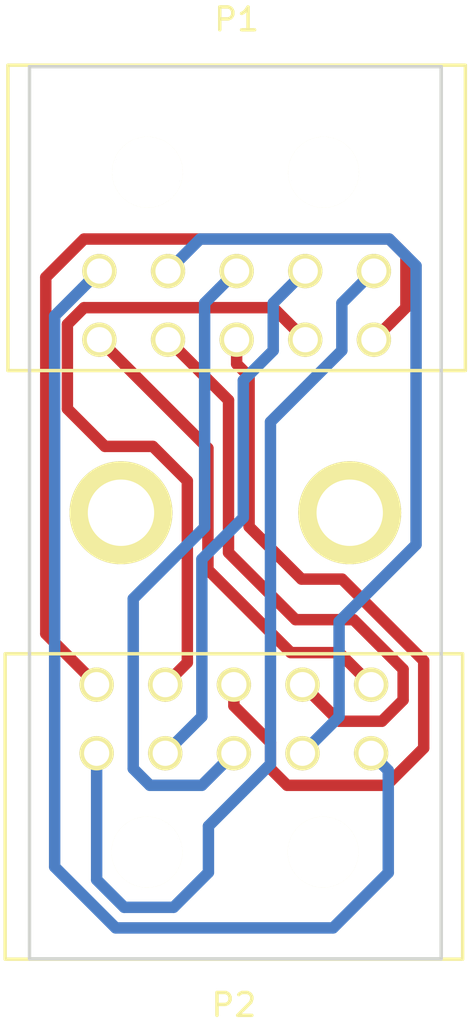
<source format=kicad_pcb>
(kicad_pcb (version 4) (host pcbnew "(after 2015-mar-04 BZR unknown)-product")

  (general
    (links 10)
    (no_connects 0)
    (area 90.807713 94.611 126.362287 140.189)
    (thickness 1.6)
    (drawings 4)
    (tracks 90)
    (zones 0)
    (modules 4)
    (nets 11)
  )

  (page A4)
  (layers
    (0 F.Cu signal)
    (31 B.Cu signal)
    (32 B.Adhes user)
    (33 F.Adhes user)
    (34 B.Paste user)
    (35 F.Paste user)
    (36 B.SilkS user)
    (37 F.SilkS user)
    (38 B.Mask user)
    (39 F.Mask user)
    (40 Dwgs.User user)
    (41 Cmts.User user)
    (42 Eco1.User user)
    (43 Eco2.User user)
    (44 Edge.Cuts user)
    (45 Margin user)
    (46 B.CrtYd user)
    (47 F.CrtYd user)
    (48 B.Fab user)
    (49 F.Fab user)
  )

  (setup
    (last_trace_width 0.25)
    (trace_clearance 0.2)
    (zone_clearance 0.508)
    (zone_45_only no)
    (trace_min 0.2)
    (segment_width 0.2)
    (edge_width 0.15)
    (via_size 0.6)
    (via_drill 0.4)
    (via_min_size 0.4)
    (via_min_drill 0.3)
    (uvia_size 0.3)
    (uvia_drill 0.1)
    (uvias_allowed no)
    (uvia_min_size 0.2)
    (uvia_min_drill 0.1)
    (pcb_text_width 0.3)
    (pcb_text_size 1.5 1.5)
    (mod_edge_width 0.15)
    (mod_text_size 1 1)
    (mod_text_width 0.15)
    (pad_size 4.50088 4.50088)
    (pad_drill 2.9)
    (pad_to_mask_clearance 0.2)
    (aux_axis_origin 114.808 117.221)
    (visible_elements FFFFFF7F)
    (pcbplotparams
      (layerselection 0x0103c_80000001)
      (usegerberextensions false)
      (excludeedgelayer true)
      (linewidth 0.150000)
      (plotframeref false)
      (viasonmask false)
      (mode 1)
      (useauxorigin false)
      (hpglpennumber 1)
      (hpglpenspeed 20)
      (hpglpendiameter 15)
      (hpglpenoverlay 2)
      (psnegative false)
      (psa4output false)
      (plotreference true)
      (plotvalue true)
      (plotinvisibletext false)
      (padsonsilk false)
      (subtractmaskfromsilk false)
      (outputformat 1)
      (mirror false)
      (drillshape 0)
      (scaleselection 1)
      (outputdirectory ""))
  )

  (net 0 "")
  (net 1 "Net-(P1-Pad1)")
  (net 2 "Net-(P1-Pad6)")
  (net 3 "Net-(P1-Pad7)")
  (net 4 "Net-(P1-Pad2)")
  (net 5 "Net-(P1-Pad3)")
  (net 6 "Net-(P1-Pad8)")
  (net 7 "Net-(P1-Pad9)")
  (net 8 "Net-(P1-Pad4)")
  (net 9 "Net-(P1-Pad10)")
  (net 10 "Net-(P1-Pad5)")

  (net_class Default "This is the default net class."
    (clearance 0.2)
    (trace_width 0.25)
    (via_dia 0.6)
    (via_drill 0.4)
    (uvia_dia 0.3)
    (uvia_drill 0.1)
  )

  (net_class Wide ""
    (clearance 0.4)
    (trace_width 0.5)
    (via_dia 0.8)
    (via_drill 0.4)
    (uvia_dia 0.3)
    (uvia_drill 0.1)
    (add_net "Net-(P1-Pad1)")
    (add_net "Net-(P1-Pad10)")
    (add_net "Net-(P1-Pad2)")
    (add_net "Net-(P1-Pad3)")
    (add_net "Net-(P1-Pad4)")
    (add_net "Net-(P1-Pad5)")
    (add_net "Net-(P1-Pad6)")
    (add_net "Net-(P1-Pad7)")
    (add_net "Net-(P1-Pad8)")
    (add_net "Net-(P1-Pad9)")
  )

  (module Wire_Pads:SolderWirePad_single_2mmDrill (layer F.Cu) (tedit 57C702E6) (tstamp 57C75CE9)
    (at 103.632 117.221)
    (fp_text reference REF** (at 0 -3.81) (layer F.SilkS) hide
      (effects (font (size 1 1) (thickness 0.15)))
    )
    (fp_text value SolderWirePad_single_2mmDrill (at -0.635 3.81) (layer F.Fab) hide
      (effects (font (size 1 1) (thickness 0.15)))
    )
    (pad 1 thru_hole circle (at 0.368 0.279) (size 4.50088 4.50088) (drill 2.9) (layers *.Cu *.Mask F.SilkS))
  )

  (module Connectors_Molex:Connector_Microfit3_Header_02x05_Angled_43045-100x (layer F.Cu) (tedit 57C70057) (tstamp 57C6853B)
    (at 103.056 106.936 180)
    (descr "Microfit angled 02x05 43045-1000")
    (tags "Microfit 02x05 angled 3mm pitch")
    (path /57C683C9)
    (fp_text reference P1 (at -6 11 180) (layer F.SilkS)
      (effects (font (size 1 1) (thickness 0.15)))
    )
    (fp_text value CONN_02X05 (at -6 -6.604 180) (layer F.Fab) hide
      (effects (font (size 1 1) (thickness 0.15)))
    )
    (fp_line (start -16.2 -4.55) (end -16.2 9.2) (layer F.CrtYd) (width 0.05))
    (fp_line (start -16.2 9.2) (end 4.2 9.2) (layer F.CrtYd) (width 0.05))
    (fp_line (start 4.2 9.2) (end 4.2 -4.55) (layer F.CrtYd) (width 0.05))
    (fp_line (start 4.2 -4.55) (end -16.2 -4.55) (layer F.CrtYd) (width 0.05))
    (fp_line (start -16 9) (end -16 -4.35) (layer F.SilkS) (width 0.15))
    (fp_line (start -16 -4.35) (end 4 -4.35) (layer F.SilkS) (width 0.15))
    (fp_line (start 4 -4.35) (end 4 9) (layer F.SilkS) (width 0.15))
    (fp_line (start 4 9) (end -16 9) (layer F.SilkS) (width 0.15))
    (pad 1 thru_hole circle (at 0 0 180) (size 1.5 1.5) (drill 1.1) (layers *.Cu *.Mask F.SilkS)
      (net 1 "Net-(P1-Pad1)"))
    (pad 6 thru_hole circle (at 0 -3 180) (size 1.5 1.5) (drill 1.1) (layers *.Cu *.Mask F.SilkS)
      (net 2 "Net-(P1-Pad6)"))
    (pad "" np_thru_hole circle (at -2.1 4.32 180) (size 3.1 3.1) (drill 3.1) (layers *.Cu *.Mask F.SilkS))
    (pad 7 thru_hole circle (at -3 -3 180) (size 1.5 1.5) (drill 1.1) (layers *.Cu *.Mask F.SilkS)
      (net 3 "Net-(P1-Pad7)"))
    (pad 2 thru_hole circle (at -3 0 180) (size 1.5 1.5) (drill 1.1) (layers *.Cu *.Mask F.SilkS)
      (net 4 "Net-(P1-Pad2)"))
    (pad 3 thru_hole circle (at -6 0 180) (size 1.5 1.5) (drill 1.1) (layers *.Cu *.Mask F.SilkS)
      (net 5 "Net-(P1-Pad3)"))
    (pad 8 thru_hole circle (at -6 -3 180) (size 1.5 1.5) (drill 1.1) (layers *.Cu *.Mask F.SilkS)
      (net 6 "Net-(P1-Pad8)"))
    (pad 9 thru_hole circle (at -9 -3 180) (size 1.5 1.5) (drill 1.1) (layers *.Cu *.Mask F.SilkS)
      (net 7 "Net-(P1-Pad9)"))
    (pad 4 thru_hole circle (at -9 0 180) (size 1.5 1.5) (drill 1.1) (layers *.Cu *.Mask F.SilkS)
      (net 8 "Net-(P1-Pad4)"))
    (pad 10 thru_hole circle (at -12 -3 180) (size 1.5 1.5) (drill 1.1) (layers *.Cu *.Mask F.SilkS)
      (net 9 "Net-(P1-Pad10)"))
    (pad 5 thru_hole circle (at -12 0 180) (size 1.5 1.5) (drill 1.1) (layers *.Cu *.Mask F.SilkS)
      (net 10 "Net-(P1-Pad5)"))
    (pad "" np_thru_hole circle (at -9.8 4.32 180) (size 3.1 3.1) (drill 3.1) (layers *.Cu *.Mask F.SilkS))
  )

  (module Connectors_Molex:Connector_Microfit3_Header_02x05_Angled_43045-100x (layer F.Cu) (tedit 57C7005A) (tstamp 57C6854B)
    (at 114.935 128.014)
    (descr "Microfit angled 02x05 43045-1000")
    (tags "Microfit 02x05 angled 3mm pitch")
    (path /57C68382)
    (fp_text reference P2 (at -6 11) (layer F.SilkS)
      (effects (font (size 1 1) (thickness 0.15)))
    )
    (fp_text value CONN_02X05 (at -6 -6.604) (layer F.Fab) hide
      (effects (font (size 1 1) (thickness 0.15)))
    )
    (fp_line (start -16.2 -4.55) (end -16.2 9.2) (layer F.CrtYd) (width 0.05))
    (fp_line (start -16.2 9.2) (end 4.2 9.2) (layer F.CrtYd) (width 0.05))
    (fp_line (start 4.2 9.2) (end 4.2 -4.55) (layer F.CrtYd) (width 0.05))
    (fp_line (start 4.2 -4.55) (end -16.2 -4.55) (layer F.CrtYd) (width 0.05))
    (fp_line (start -16 9) (end -16 -4.35) (layer F.SilkS) (width 0.15))
    (fp_line (start -16 -4.35) (end 4 -4.35) (layer F.SilkS) (width 0.15))
    (fp_line (start 4 -4.35) (end 4 9) (layer F.SilkS) (width 0.15))
    (fp_line (start 4 9) (end -16 9) (layer F.SilkS) (width 0.15))
    (pad 1 thru_hole circle (at 0 0) (size 1.5 1.5) (drill 1.1) (layers *.Cu *.Mask F.SilkS)
      (net 1 "Net-(P1-Pad1)"))
    (pad 6 thru_hole circle (at 0 -3) (size 1.5 1.5) (drill 1.1) (layers *.Cu *.Mask F.SilkS)
      (net 2 "Net-(P1-Pad6)"))
    (pad "" np_thru_hole circle (at -2.1 4.32) (size 3.1 3.1) (drill 3.1) (layers *.Cu *.Mask F.SilkS))
    (pad 7 thru_hole circle (at -3 -3) (size 1.5 1.5) (drill 1.1) (layers *.Cu *.Mask F.SilkS)
      (net 3 "Net-(P1-Pad7)"))
    (pad 2 thru_hole circle (at -3 0) (size 1.5 1.5) (drill 1.1) (layers *.Cu *.Mask F.SilkS)
      (net 4 "Net-(P1-Pad2)"))
    (pad 3 thru_hole circle (at -6 0) (size 1.5 1.5) (drill 1.1) (layers *.Cu *.Mask F.SilkS)
      (net 5 "Net-(P1-Pad3)"))
    (pad 8 thru_hole circle (at -6 -3) (size 1.5 1.5) (drill 1.1) (layers *.Cu *.Mask F.SilkS)
      (net 6 "Net-(P1-Pad8)"))
    (pad 9 thru_hole circle (at -9 -3) (size 1.5 1.5) (drill 1.1) (layers *.Cu *.Mask F.SilkS)
      (net 7 "Net-(P1-Pad9)"))
    (pad 4 thru_hole circle (at -9 0) (size 1.5 1.5) (drill 1.1) (layers *.Cu *.Mask F.SilkS)
      (net 8 "Net-(P1-Pad4)"))
    (pad 10 thru_hole circle (at -12 -3) (size 1.5 1.5) (drill 1.1) (layers *.Cu *.Mask F.SilkS)
      (net 9 "Net-(P1-Pad10)"))
    (pad 5 thru_hole circle (at -12 0) (size 1.5 1.5) (drill 1.1) (layers *.Cu *.Mask F.SilkS)
      (net 10 "Net-(P1-Pad5)"))
    (pad "" np_thru_hole circle (at -9.8 4.32) (size 3.1 3.1) (drill 3.1) (layers *.Cu *.Mask F.SilkS))
  )

  (module Wire_Pads:SolderWirePad_single_2mmDrill (layer F.Cu) (tedit 57C702E8) (tstamp 57C75CD9)
    (at 114.808 117.348)
    (fp_text reference REF** (at 0 -3.81) (layer F.SilkS) hide
      (effects (font (size 1 1) (thickness 0.15)))
    )
    (fp_text value SolderWirePad_single_2mmDrill (at -0.635 3.81) (layer F.Fab) hide
      (effects (font (size 1 1) (thickness 0.15)))
    )
    (pad 1 thru_hole circle (at -0.808 0.152) (size 4.50088 4.50088) (drill 2.9) (layers *.Cu *.Mask F.SilkS))
  )

  (gr_line (start 118 98) (end 100 98) (angle 90) (layer Edge.Cuts) (width 0.15))
  (gr_line (start 118 137) (end 118 98) (angle 90) (layer Edge.Cuts) (width 0.15))
  (gr_line (start 100 137) (end 118 137) (angle 90) (layer Edge.Cuts) (width 0.15))
  (gr_line (start 100 98) (end 100 137) (angle 90) (layer Edge.Cuts) (width 0.15))

  (segment (start 114.935 128.014) (end 115.684999 128.763999) (width 0.5) (layer B.Cu) (net 1))
  (segment (start 115.684999 128.763999) (end 115.684999 133.235001) (width 0.5) (layer B.Cu) (net 1))
  (segment (start 115.684999 133.235001) (end 113.27299 135.64701) (width 0.5) (layer B.Cu) (net 1))
  (segment (start 113.27299 135.64701) (end 103.767203 135.647009) (width 0.5) (layer B.Cu) (net 1))
  (segment (start 103.767203 135.647009) (end 101.099559 132.979365) (width 0.5) (layer B.Cu) (net 1))
  (segment (start 102.306001 107.685999) (end 103.056 106.936) (width 0.5) (layer B.Cu) (net 1))
  (segment (start 101.099559 132.979365) (end 101.099559 108.892441) (width 0.5) (layer B.Cu) (net 1))
  (segment (start 101.099559 108.892441) (end 102.306001 107.685999) (width 0.5) (layer B.Cu) (net 1))
  (segment (start 111.421999 123.613999) (end 107.800451 119.992451) (width 0.5) (layer F.Cu) (net 2))
  (segment (start 107.800451 119.992451) (end 107.800451 114.680451) (width 0.5) (layer F.Cu) (net 2))
  (segment (start 107.800451 114.680451) (end 103.805999 110.685999) (width 0.5) (layer F.Cu) (net 2))
  (segment (start 103.805999 110.685999) (end 103.056 109.936) (width 0.5) (layer F.Cu) (net 2))
  (segment (start 114.935 125.014) (end 113.534999 123.613999) (width 0.5) (layer F.Cu) (net 2))
  (segment (start 113.534999 123.613999) (end 111.421999 123.613999) (width 0.5) (layer F.Cu) (net 2))
  (segment (start 111.633 122.174) (end 108.700461 119.241461) (width 0.5) (layer F.Cu) (net 3))
  (segment (start 108.700461 112.580461) (end 106.805999 110.685999) (width 0.5) (layer F.Cu) (net 3))
  (segment (start 106.805999 110.685999) (end 106.056 109.936) (width 0.5) (layer F.Cu) (net 3))
  (segment (start 108.700461 119.241461) (end 108.700461 112.580461) (width 0.5) (layer F.Cu) (net 3))
  (segment (start 114.167002 122.174) (end 111.633 122.174) (width 0.5) (layer F.Cu) (net 3))
  (segment (start 111.935 125.014) (end 113.534999 126.613999) (width 0.5) (layer F.Cu) (net 3))
  (segment (start 113.534999 126.613999) (end 115.407003 126.613999) (width 0.5) (layer F.Cu) (net 3))
  (segment (start 115.407003 126.613999) (end 116.335001 125.686001) (width 0.5) (layer F.Cu) (net 3))
  (segment (start 116.335001 125.686001) (end 116.335001 124.341999) (width 0.5) (layer F.Cu) (net 3))
  (segment (start 116.335001 124.341999) (end 114.167002 122.174) (width 0.5) (layer F.Cu) (net 3))
  (segment (start 111.935 128.014) (end 113.534999 126.414001) (width 0.5) (layer B.Cu) (net 4))
  (segment (start 113.534999 126.414001) (end 113.534999 122.257655) (width 0.5) (layer B.Cu) (net 4))
  (segment (start 113.534999 122.257655) (end 116.900441 118.892213) (width 0.5) (layer B.Cu) (net 4))
  (segment (start 115.728001 105.535999) (end 107.456001 105.535999) (width 0.5) (layer B.Cu) (net 4))
  (segment (start 116.900441 118.892213) (end 116.900441 106.708439) (width 0.5) (layer B.Cu) (net 4))
  (segment (start 116.900441 106.708439) (end 115.728001 105.535999) (width 0.5) (layer B.Cu) (net 4))
  (segment (start 107.456001 105.535999) (end 106.805999 106.186001) (width 0.5) (layer B.Cu) (net 4))
  (segment (start 106.805999 106.186001) (end 106.056 106.936) (width 0.5) (layer B.Cu) (net 4))
  (segment (start 108.935 128.014) (end 107.534999 129.414001) (width 0.5) (layer B.Cu) (net 5))
  (segment (start 108.306001 107.685999) (end 109.056 106.936) (width 0.5) (layer B.Cu) (net 5))
  (segment (start 107.534999 129.414001) (end 105.262999 129.414001) (width 0.5) (layer B.Cu) (net 5))
  (segment (start 105.262999 129.414001) (end 104.534999 128.686001) (width 0.5) (layer B.Cu) (net 5))
  (segment (start 104.534999 128.686001) (end 104.534999 121.257655) (width 0.5) (layer B.Cu) (net 5))
  (segment (start 104.534999 121.257655) (end 107.655999 118.136655) (width 0.5) (layer B.Cu) (net 5))
  (segment (start 107.655999 118.136655) (end 107.655999 108.336001) (width 0.5) (layer B.Cu) (net 5))
  (segment (start 107.655999 108.336001) (end 108.306001 107.685999) (width 0.5) (layer B.Cu) (net 5))
  (segment (start 111.891441 120.400441) (end 109.600471 118.109471) (width 0.5) (layer F.Cu) (net 6))
  (segment (start 109.600471 118.109471) (end 109.600471 111.541131) (width 0.5) (layer F.Cu) (net 6))
  (segment (start 109.600471 111.541131) (end 109.056 110.99666) (width 0.5) (layer F.Cu) (net 6))
  (segment (start 109.056 110.99666) (end 109.056 109.936) (width 0.5) (layer F.Cu) (net 6))
  (segment (start 108.935 125.014) (end 108.935 125.941998) (width 0.5) (layer F.Cu) (net 6))
  (segment (start 108.935 125.941998) (end 110.534999 127.541997) (width 0.5) (layer F.Cu) (net 6))
  (segment (start 111.262999 129.414001) (end 115.607001 129.414001) (width 0.5) (layer F.Cu) (net 6))
  (segment (start 110.534999 127.541997) (end 110.534999 128.686001) (width 0.5) (layer F.Cu) (net 6))
  (segment (start 110.534999 128.686001) (end 111.262999 129.414001) (width 0.5) (layer F.Cu) (net 6))
  (segment (start 115.607001 129.414001) (end 117.235011 127.785991) (width 0.5) (layer F.Cu) (net 6))
  (segment (start 117.235011 127.785991) (end 117.23501 123.969202) (width 0.5) (layer F.Cu) (net 6))
  (segment (start 117.23501 123.969202) (end 113.666249 120.400441) (width 0.5) (layer F.Cu) (net 6))
  (segment (start 113.666249 120.400441) (end 111.891441 120.400441) (width 0.5) (layer F.Cu) (net 6))
  (segment (start 103.296559 114.599559) (end 101.655999 112.958999) (width 0.5) (layer F.Cu) (net 7))
  (segment (start 101.655999 112.958999) (end 101.655999 109.263999) (width 0.5) (layer F.Cu) (net 7))
  (segment (start 101.655999 109.263999) (end 102.383999 108.535999) (width 0.5) (layer F.Cu) (net 7))
  (segment (start 102.383999 108.535999) (end 110.655999 108.535999) (width 0.5) (layer F.Cu) (net 7))
  (segment (start 110.655999 108.535999) (end 111.306001 109.186001) (width 0.5) (layer F.Cu) (net 7))
  (segment (start 111.306001 109.186001) (end 112.056 109.936) (width 0.5) (layer F.Cu) (net 7))
  (segment (start 105.392213 114.599559) (end 103.296559 114.599559) (width 0.5) (layer F.Cu) (net 7))
  (segment (start 105.935 125.014) (end 106.900441 124.048559) (width 0.5) (layer F.Cu) (net 7))
  (segment (start 106.900441 124.048559) (end 106.900441 116.107787) (width 0.5) (layer F.Cu) (net 7))
  (segment (start 106.900441 116.107787) (end 105.392213 114.599559) (width 0.5) (layer F.Cu) (net 7))
  (segment (start 109.347 117.71846) (end 109.347 111.717002) (width 0.5) (layer B.Cu) (net 8))
  (segment (start 109.347 111.717002) (end 110.655999 110.408003) (width 0.5) (layer B.Cu) (net 8))
  (segment (start 110.655999 110.408003) (end 110.655999 108.336001) (width 0.5) (layer B.Cu) (net 8))
  (segment (start 111.306001 107.685999) (end 112.056 106.936) (width 0.5) (layer B.Cu) (net 8))
  (segment (start 110.655999 108.336001) (end 111.306001 107.685999) (width 0.5) (layer B.Cu) (net 8))
  (segment (start 105.935 128.014) (end 107.534999 126.414001) (width 0.5) (layer B.Cu) (net 8))
  (segment (start 107.534999 126.414001) (end 107.534999 119.530461) (width 0.5) (layer B.Cu) (net 8))
  (segment (start 107.534999 119.530461) (end 109.347 117.71846) (width 0.5) (layer B.Cu) (net 8))
  (segment (start 102.935 125.014) (end 100.711 122.79) (width 0.5) (layer F.Cu) (net 9))
  (segment (start 100.711 122.79) (end 100.711 107.208998) (width 0.5) (layer F.Cu) (net 9))
  (segment (start 100.711 107.208998) (end 102.383999 105.535999) (width 0.5) (layer F.Cu) (net 9))
  (segment (start 102.383999 105.535999) (end 115.728001 105.535999) (width 0.5) (layer F.Cu) (net 9))
  (segment (start 115.728001 105.535999) (end 116.456001 106.263999) (width 0.5) (layer F.Cu) (net 9))
  (segment (start 116.456001 108.535999) (end 115.805999 109.186001) (width 0.5) (layer F.Cu) (net 9))
  (segment (start 116.456001 106.263999) (end 116.456001 108.535999) (width 0.5) (layer F.Cu) (net 9))
  (segment (start 115.805999 109.186001) (end 115.056 109.936) (width 0.5) (layer F.Cu) (net 9))
  (segment (start 107.823 133.223) (end 107.823 131.198002) (width 0.5) (layer B.Cu) (net 10))
  (segment (start 107.823 131.198002) (end 110.534999 128.486003) (width 0.5) (layer B.Cu) (net 10))
  (segment (start 110.534999 128.486003) (end 110.534999 113.529003) (width 0.5) (layer B.Cu) (net 10))
  (segment (start 110.534999 113.529003) (end 113.655999 110.408003) (width 0.5) (layer B.Cu) (net 10))
  (segment (start 114.306001 107.685999) (end 115.056 106.936) (width 0.5) (layer B.Cu) (net 10))
  (segment (start 113.655999 110.408003) (end 113.655999 108.336001) (width 0.5) (layer B.Cu) (net 10))
  (segment (start 113.655999 108.336001) (end 114.306001 107.685999) (width 0.5) (layer B.Cu) (net 10))
  (segment (start 106.299 134.747) (end 107.823 133.223) (width 0.5) (layer B.Cu) (net 10))
  (segment (start 104.14 134.747) (end 106.299 134.747) (width 0.5) (layer B.Cu) (net 10))
  (segment (start 102.935 133.542) (end 104.14 134.747) (width 0.5) (layer B.Cu) (net 10))
  (segment (start 102.935 128.014) (end 102.935 133.542) (width 0.5) (layer B.Cu) (net 10))

)

</source>
